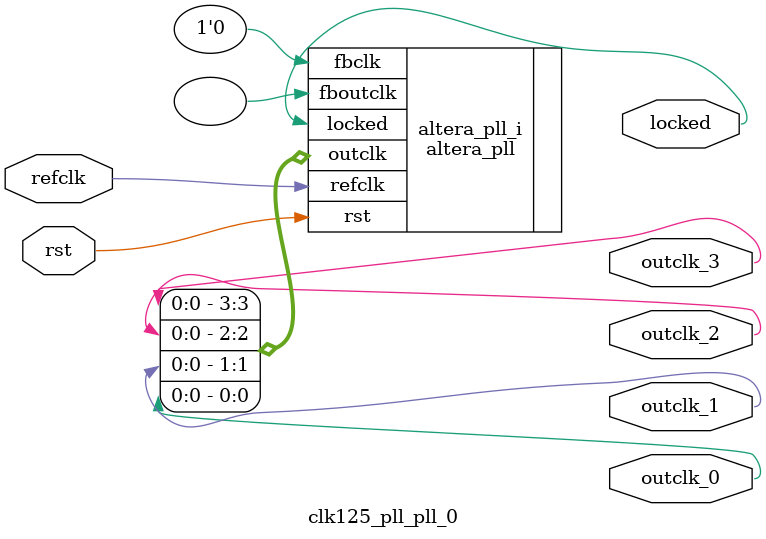
<source format=v>
`timescale 1ns/10ps
module  clk125_pll_pll_0(

	// interface 'refclk'
	input wire refclk,

	// interface 'reset'
	input wire rst,

	// interface 'outclk0'
	output wire outclk_0,

	// interface 'outclk1'
	output wire outclk_1,

	// interface 'outclk2'
	output wire outclk_2,

	// interface 'outclk3'
	output wire outclk_3,

	// interface 'locked'
	output wire locked
);

	altera_pll #(
		.fractional_vco_multiplier("false"),
		.reference_clock_frequency("125.0 MHz"),
		.operation_mode("direct"),
		.number_of_clocks(4),
		.output_clock_frequency0("300.000000 MHz"),
		.phase_shift0("0 ps"),
		.duty_cycle0(50),
		.output_clock_frequency1("150.000000 MHz"),
		.phase_shift1("0 ps"),
		.duty_cycle1(50),
		.output_clock_frequency2("125.000000 MHz"),
		.phase_shift2("0 ps"),
		.duty_cycle2(50),
		.output_clock_frequency3("214.285714 MHz"),
		.phase_shift3("0 ps"),
		.duty_cycle3(50),
		.output_clock_frequency4("0 MHz"),
		.phase_shift4("0 ps"),
		.duty_cycle4(50),
		.output_clock_frequency5("0 MHz"),
		.phase_shift5("0 ps"),
		.duty_cycle5(50),
		.output_clock_frequency6("0 MHz"),
		.phase_shift6("0 ps"),
		.duty_cycle6(50),
		.output_clock_frequency7("0 MHz"),
		.phase_shift7("0 ps"),
		.duty_cycle7(50),
		.output_clock_frequency8("0 MHz"),
		.phase_shift8("0 ps"),
		.duty_cycle8(50),
		.output_clock_frequency9("0 MHz"),
		.phase_shift9("0 ps"),
		.duty_cycle9(50),
		.output_clock_frequency10("0 MHz"),
		.phase_shift10("0 ps"),
		.duty_cycle10(50),
		.output_clock_frequency11("0 MHz"),
		.phase_shift11("0 ps"),
		.duty_cycle11(50),
		.output_clock_frequency12("0 MHz"),
		.phase_shift12("0 ps"),
		.duty_cycle12(50),
		.output_clock_frequency13("0 MHz"),
		.phase_shift13("0 ps"),
		.duty_cycle13(50),
		.output_clock_frequency14("0 MHz"),
		.phase_shift14("0 ps"),
		.duty_cycle14(50),
		.output_clock_frequency15("0 MHz"),
		.phase_shift15("0 ps"),
		.duty_cycle15(50),
		.output_clock_frequency16("0 MHz"),
		.phase_shift16("0 ps"),
		.duty_cycle16(50),
		.output_clock_frequency17("0 MHz"),
		.phase_shift17("0 ps"),
		.duty_cycle17(50),
		.pll_type("General"),
		.pll_subtype("General")
	) altera_pll_i (
		.rst	(rst),
		.outclk	({outclk_3, outclk_2, outclk_1, outclk_0}),
		.locked	(locked),
		.fboutclk	( ),
		.fbclk	(1'b0),
		.refclk	(refclk)
	);
endmodule


</source>
